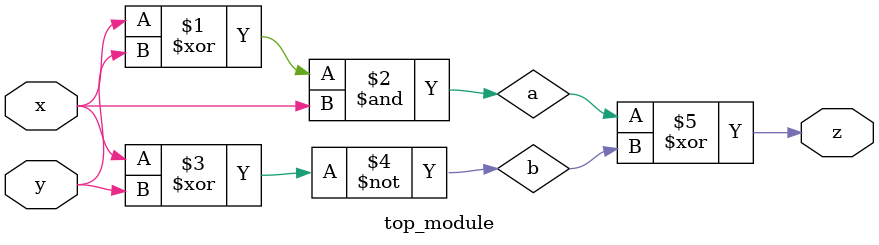
<source format=v>
module top_module (input x, input y, output z);
wire a,b;
    assign a=(x^y)&x;
    assign b=~(x^y);
    assign z=a^b;
endmodule

</source>
